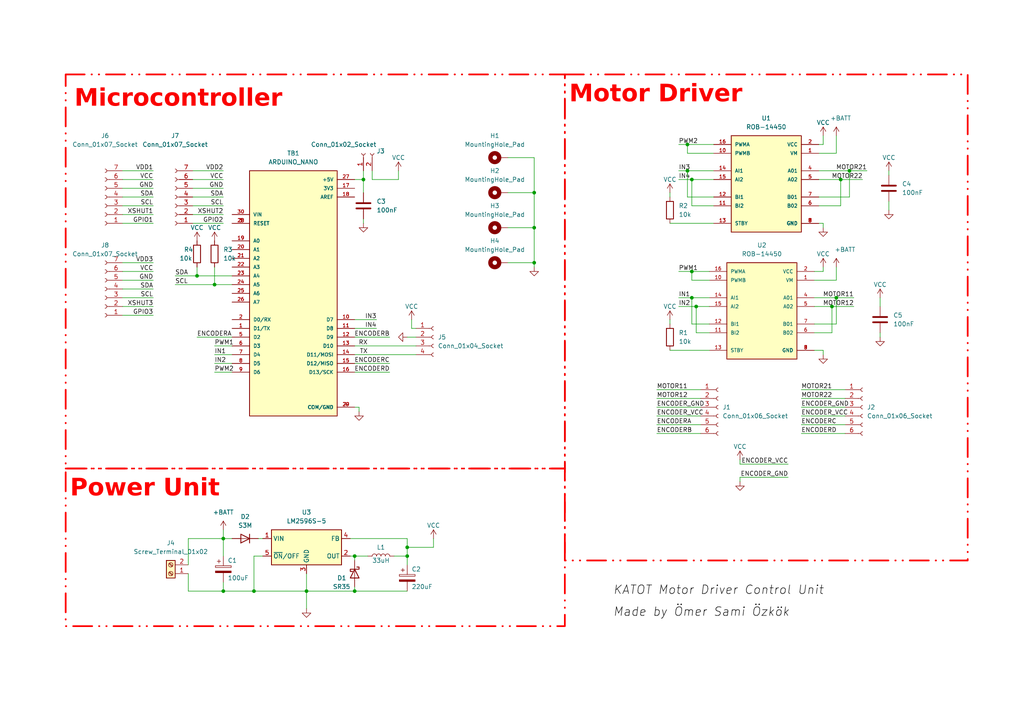
<source format=kicad_sch>
(kicad_sch (version 20230121) (generator eeschema)
  (paper "A4")
  (lib_symbols
    (symbol "Arduino_Nano:ARDUINO_NANO" (pin_names (offset 1.016))
      (property "Reference" "TB" (at -12.7 35.56 0))
      (property "Value" "ARDUINO_NANO" (at -12.7 -38.1 0))
      (symbol "ARDUINO_NANO_0_0"
        (rectangle (start -12.7 -35.56) (end 12.7 35.56) (stroke (width 0.254)) (fill (type background)))
        (pin bidirectional line (at -17.78 -10.16 0) (length 5.08) (name "D1/TX") (number "1"))
        (pin bidirectional line (at 17.78 -7.62 180) (length 5.08) (name "D7") (number "10"))
        (pin bidirectional line (at 17.78 -10.16 180) (length 5.08) (name "D8") (number "11"))
        (pin bidirectional line (at 17.78 -12.7 180) (length 5.08) (name "D9") (number "12"))
        (pin bidirectional line (at 17.78 -15.24 180) (length 5.08) (name "D10") (number "13"))
        (pin bidirectional line (at 17.78 -17.78 180) (length 5.08) (name "D11/MOSI") (number "14"))
        (pin bidirectional line (at 17.78 -20.32 180) (length 5.08) (name "D12/MISO") (number "15"))
        (pin bidirectional line (at 17.78 -22.86 180) (length 5.08) (name "D13/SCK") (number "16"))
        (pin power_in line (at 17.78 30.48 180) (length 5.08) (name "3V3") (number "17"))
        (pin power_in line (at 17.78 27.94 180) (length 5.08) (name "AREF") (number "18"))
        (pin input line (at -17.78 15.24 0) (length 5.08) (name "A0") (number "19"))
        (pin bidirectional line (at -17.78 -7.62 0) (length 5.08) (name "D0/RX") (number "2"))
        (pin input line (at -17.78 12.7 0) (length 5.08) (name "A1") (number "20"))
        (pin input line (at -17.78 10.16 0) (length 5.08) (name "A2") (number "21"))
        (pin input line (at -17.78 7.62 0) (length 5.08) (name "A3") (number "22"))
        (pin input line (at -17.78 5.08 0) (length 5.08) (name "A4") (number "23"))
        (pin input line (at -17.78 2.54 0) (length 5.08) (name "A5") (number "24"))
        (pin input line (at -17.78 0 0) (length 5.08) (name "A6") (number "25"))
        (pin input line (at -17.78 -2.54 0) (length 5.08) (name "A7") (number "26"))
        (pin power_in line (at 17.78 33.02 180) (length 5.08) (name "+5V") (number "27"))
        (pin input line (at -17.78 20.32 0) (length 5.08) (name "RESET") (number "28"))
        (pin power_in line (at 17.78 -33.02 180) (length 5.08) (name "COM/GND") (number "29"))
        (pin input line (at -17.78 20.32 0) (length 5.08) (name "RESET") (number "3"))
        (pin input line (at -17.78 22.86 0) (length 5.08) (name "VIN") (number "30"))
        (pin power_in line (at 17.78 -33.02 180) (length 5.08) (name "COM/GND") (number "4"))
        (pin bidirectional line (at -17.78 -12.7 0) (length 5.08) (name "D2") (number "5"))
        (pin bidirectional line (at -17.78 -15.24 0) (length 5.08) (name "D3") (number "6"))
        (pin bidirectional line (at -17.78 -17.78 0) (length 5.08) (name "D4") (number "7"))
        (pin bidirectional line (at -17.78 -20.32 0) (length 5.08) (name "D5") (number "8"))
        (pin bidirectional line (at -17.78 -22.86 0) (length 5.08) (name "D6") (number "9"))
      )
    )
    (symbol "Connector:Conn_01x02_Socket" (pin_names (offset 1.016) hide)
      (property "Reference" "J" (at 0 2.54 0))
      (property "Value" "Conn_01x02_Socket" (at 0 -5.08 0))
      (symbol "Conn_01x02_Socket_1_1"
        (arc (start 0 -2.032) (mid -0.5058 -2.54) (end 0 -3.048) (stroke (width 0.1524)))
        (polyline (pts (xy -1.27 -2.54) (xy -0.508 -2.54)) (stroke (width 0.1524)))
        (polyline (pts (xy -1.27 0) (xy -0.508 0)) (stroke (width 0.1524)))
        (arc (start 0 0.508) (mid -0.5058 0) (end 0 -0.508) (stroke (width 0.1524)))
        (pin passive line (at -5.08 0 0) (length 3.81) (name "Pin_1") (number "1"))
        (pin passive line (at -5.08 -2.54 0) (length 3.81) (name "Pin_2") (number "2"))
      )
    )
    (symbol "Connector:Conn_01x04_Socket" (pin_names (offset 1.016) hide)
      (property "Reference" "J" (at 0 5.08 0))
      (property "Value" "Conn_01x04_Socket" (at 0 -7.62 0))
      (symbol "Conn_01x04_Socket_1_1"
        (arc (start 0 -4.572) (mid -0.5058 -5.08) (end 0 -5.588) (stroke (width 0.1524)))
        (arc (start 0 -2.032) (mid -0.5058 -2.54) (end 0 -3.048) (stroke (width 0.1524)))
        (polyline (pts (xy -1.27 -5.08) (xy -0.508 -5.08)) (stroke (width 0.1524)))
        (polyline (pts (xy -1.27 -2.54) (xy -0.508 -2.54)) (stroke (width 0.1524)))
        (polyline (pts (xy -1.27 0) (xy -0.508 0)) (stroke (width 0.1524)))
        (polyline (pts (xy -1.27 2.54) (xy -0.508 2.54)) (stroke (width 0.1524)))
        (arc (start 0 0.508) (mid -0.5058 0) (end 0 -0.508) (stroke (width 0.1524)))
        (arc (start 0 3.048) (mid -0.5058 2.54) (end 0 2.032) (stroke (width 0.1524)))
        (pin passive line (at -5.08 2.54 0) (length 3.81) (name "Pin_1") (number "1"))
        (pin passive line (at -5.08 0 0) (length 3.81) (name "Pin_2") (number "2"))
        (pin passive line (at -5.08 -2.54 0) (length 3.81) (name "Pin_3") (number "3"))
        (pin passive line (at -5.08 -5.08 0) (length 3.81) (name "Pin_4") (number "4"))
      )
    )
    (symbol "Connector:Conn_01x06_Socket" (pin_names (offset 1.016) hide)
      (property "Reference" "J" (at 0 7.62 0))
      (property "Value" "Conn_01x06_Socket" (at 0 -10.16 0))
      (symbol "Conn_01x06_Socket_1_1"
        (arc (start 0 -7.112) (mid -0.5058 -7.62) (end 0 -8.128) (stroke (width 0.1524)))
        (arc (start 0 -4.572) (mid -0.5058 -5.08) (end 0 -5.588) (stroke (width 0.1524)))
        (arc (start 0 -2.032) (mid -0.5058 -2.54) (end 0 -3.048) (stroke (width 0.1524)))
        (polyline (pts (xy -1.27 -7.62) (xy -0.508 -7.62)) (stroke (width 0.1524)))
        (polyline (pts (xy -1.27 -5.08) (xy -0.508 -5.08)) (stroke (width 0.1524)))
        (polyline (pts (xy -1.27 -2.54) (xy -0.508 -2.54)) (stroke (width 0.1524)))
        (polyline (pts (xy -1.27 0) (xy -0.508 0)) (stroke (width 0.1524)))
        (polyline (pts (xy -1.27 2.54) (xy -0.508 2.54)) (stroke (width 0.1524)))
        (polyline (pts (xy -1.27 5.08) (xy -0.508 5.08)) (stroke (width 0.1524)))
        (arc (start 0 0.508) (mid -0.5058 0) (end 0 -0.508) (stroke (width 0.1524)))
        (arc (start 0 3.048) (mid -0.5058 2.54) (end 0 2.032) (stroke (width 0.1524)))
        (arc (start 0 5.588) (mid -0.5058 5.08) (end 0 4.572) (stroke (width 0.1524)))
        (pin passive line (at -5.08 5.08 0) (length 3.81) (name "Pin_1") (number "1"))
        (pin passive line (at -5.08 2.54 0) (length 3.81) (name "Pin_2") (number "2"))
        (pin passive line (at -5.08 0 0) (length 3.81) (name "Pin_3") (number "3"))
        (pin passive line (at -5.08 -2.54 0) (length 3.81) (name "Pin_4") (number "4"))
        (pin passive line (at -5.08 -5.08 0) (length 3.81) (name "Pin_5") (number "5"))
        (pin passive line (at -5.08 -7.62 0) (length 3.81) (name "Pin_6") (number "6"))
      )
    )
    (symbol "Connector:Conn_01x07_Socket" (pin_names (offset 1.016) hide)
      (property "Reference" "J" (at 0 10.16 0))
      (property "Value" "Conn_01x07_Socket" (at 0 -10.16 0))
      (symbol "Conn_01x07_Socket_1_1"
        (arc (start 0 -7.112) (mid -0.5058 -7.62) (end 0 -8.128) (stroke (width 0.1524)))
        (arc (start 0 -4.572) (mid -0.5058 -5.08) (end 0 -5.588) (stroke (width 0.1524)))
        (arc (start 0 -2.032) (mid -0.5058 -2.54) (end 0 -3.048) (stroke (width 0.1524)))
        (polyline (pts (xy -1.27 -7.62) (xy -0.508 -7.62)) (stroke (width 0.1524)))
        (polyline (pts (xy -1.27 -5.08) (xy -0.508 -5.08)) (stroke (width 0.1524)))
        (polyline (pts (xy -1.27 -2.54) (xy -0.508 -2.54)) (stroke (width 0.1524)))
        (polyline (pts (xy -1.27 0) (xy -0.508 0)) (stroke (width 0.1524)))
        (polyline (pts (xy -1.27 2.54) (xy -0.508 2.54)) (stroke (width 0.1524)))
        (polyline (pts (xy -1.27 5.08) (xy -0.508 5.08)) (stroke (width 0.1524)))
        (polyline (pts (xy -1.27 7.62) (xy -0.508 7.62)) (stroke (width 0.1524)))
        (arc (start 0 0.508) (mid -0.5058 0) (end 0 -0.508) (stroke (width 0.1524)))
        (arc (start 0 3.048) (mid -0.5058 2.54) (end 0 2.032) (stroke (width 0.1524)))
        (arc (start 0 5.588) (mid -0.5058 5.08) (end 0 4.572) (stroke (width 0.1524)))
        (arc (start 0 8.128) (mid -0.5058 7.62) (end 0 7.112) (stroke (width 0.1524)))
        (pin passive line (at -5.08 7.62 0) (length 3.81) (name "Pin_1") (number "1"))
        (pin passive line (at -5.08 5.08 0) (length 3.81) (name "Pin_2") (number "2"))
        (pin passive line (at -5.08 2.54 0) (length 3.81) (name "Pin_3") (number "3"))
        (pin passive line (at -5.08 0 0) (length 3.81) (name "Pin_4") (number "4"))
        (pin passive line (at -5.08 -2.54 0) (length 3.81) (name "Pin_5") (number "5"))
        (pin passive line (at -5.08 -5.08 0) (length 3.81) (name "Pin_6") (number "6"))
        (pin passive line (at -5.08 -7.62 0) (length 3.81) (name "Pin_7") (number "7"))
      )
    )
    (symbol "Connector:Screw_Terminal_01x02" (pin_names (offset 1.016) hide)
      (property "Reference" "J" (at 0 2.54 0))
      (property "Value" "Screw_Terminal_01x02" (at 0 -5.08 0))
      (symbol "Screw_Terminal_01x02_1_1"
        (rectangle (start -1.27 1.27) (end 1.27 -3.81) (stroke (width 0.254)) (fill (type background)))
        (circle (center 0 -2.54) (radius 0.635) (stroke (width 0.1524)))
        (polyline (pts (xy -0.5334 -2.2098) (xy 0.3302 -3.048)) (stroke (width 0.1524)))
        (polyline (pts (xy -0.5334 0.3302) (xy 0.3302 -0.508)) (stroke (width 0.1524)))
        (polyline (pts (xy -0.3556 -2.032) (xy 0.508 -2.8702)) (stroke (width 0.1524)))
        (polyline (pts (xy -0.3556 0.508) (xy 0.508 -0.3302)) (stroke (width 0.1524)))
        (circle (center 0 0) (radius 0.635) (stroke (width 0.1524)))
        (pin passive line (at -5.08 0 0) (length 3.81) (name "Pin_1") (number "1"))
        (pin passive line (at -5.08 -2.54 0) (length 3.81) (name "Pin_2") (number "2"))
      )
    )
    (symbol "Device:C" (pin_numbers hide) (pin_names (offset 0.254))
      (property "Reference" "C" (at 0.635 2.54 0))
      (property "Value" "C" (at 0.635 -2.54 0))
      (symbol "C_0_1"
        (polyline (pts (xy -2.032 -0.762) (xy 2.032 -0.762)) (stroke (width 0.508)))
        (polyline (pts (xy -2.032 0.762) (xy 2.032 0.762)) (stroke (width 0.508)))
      )
      (symbol "C_1_1"
        (pin passive line (at 0 3.81 270) (length 2.794) (name "~") (number "1"))
        (pin passive line (at 0 -3.81 90) (length 2.794) (name "~") (number "2"))
      )
    )
    (symbol "Device:C_Polarized" (pin_numbers hide) (pin_names (offset 0.254))
      (property "Reference" "C" (at 0.635 2.54 0))
      (property "Value" "C_Polarized" (at 0.635 -2.54 0))
      (symbol "C_Polarized_0_1"
        (rectangle (start -2.286 0.508) (end 2.286 1.016))
        (polyline (pts (xy -1.778 2.286) (xy -0.762 2.286)))
        (polyline (pts (xy -1.27 2.794) (xy -1.27 1.778)))
        (rectangle (start 2.286 -0.508) (end -2.286 -1.016) (fill (type outline)))
      )
      (symbol "C_Polarized_1_1"
        (pin passive line (at 0 3.81 270) (length 2.794) (name "~") (number "1"))
        (pin passive line (at 0 -3.81 90) (length 2.794) (name "~") (number "2"))
      )
    )
    (symbol "Device:L" (pin_numbers hide) (pin_names (offset 1.016) hide)
      (property "Reference" "L" (at -1.27 0 90))
      (property "Value" "L" (at 1.905 0 90))
      (symbol "L_0_1"
        (arc (start 0 -2.54) (mid 0.6323 -1.905) (end 0 -1.27))
        (arc (start 0 -1.27) (mid 0.6323 -0.635) (end 0 0))
        (arc (start 0 0) (mid 0.6323 0.635) (end 0 1.27))
        (arc (start 0 1.27) (mid 0.6323 1.905) (end 0 2.54))
      )
      (symbol "L_1_1"
        (pin passive line (at 0 3.81 270) (length 1.27) (name "1") (number "1"))
        (pin passive line (at 0 -3.81 90) (length 1.27) (name "2") (number "2"))
      )
    )
    (symbol "Device:R" (pin_numbers hide) (pin_names (offset 0))
      (property "Reference" "R" (at 2.032 0 90))
      (property "Value" "R" (at 0 0 90))
      (symbol "R_0_1"
        (rectangle (start -1.016 -2.54) (end 1.016 2.54) (stroke (width 0.254)))
      )
      (symbol "R_1_1"
        (pin passive line (at 0 3.81 270) (length 1.27) (name "~") (number "1"))
        (pin passive line (at 0 -3.81 90) (length 1.27) (name "~") (number "2"))
      )
    )
    (symbol "Diode:1N5400" (pin_numbers hide) (pin_names hide)
      (property "Reference" "D" (at 0 2.54 0))
      (property "Value" "1N5400" (at 0 -2.54 0))
      (symbol "1N5400_0_1"
        (polyline (pts (xy -1.27 1.27) (xy -1.27 -1.27)) (stroke (width 0.254)))
        (polyline (pts (xy 1.27 0) (xy -1.27 0)))
        (polyline (pts (xy 1.27 1.27) (xy 1.27 -1.27) (xy -1.27 0) (xy 1.27 1.27)) (stroke (width 0.254)))
      )
      (symbol "1N5400_1_1"
        (pin passive line (at -3.81 0 0) (length 2.54) (name "K") (number "1"))
        (pin passive line (at 3.81 0 180) (length 2.54) (name "A") (number "2"))
      )
    )
    (symbol "Diode:1N5822" (pin_numbers hide) (pin_names (offset 1.016) hide)
      (property "Reference" "D" (at 0 2.54 0))
      (property "Value" "1N5822" (at 0 -2.54 0))
      (symbol "1N5822_0_1"
        (polyline (pts (xy 1.27 0) (xy -1.27 0)))
        (polyline (pts (xy 1.27 1.27) (xy 1.27 -1.27) (xy -1.27 0) (xy 1.27 1.27)) (stroke (width 0.254)))
        (polyline (pts (xy -1.905 0.635) (xy -1.905 1.27) (xy -1.27 1.27) (xy -1.27 -1.27) (xy -0.635 -1.27) (xy -0.635 -0.635)) (stroke (width 0.254)))
      )
      (symbol "1N5822_1_1"
        (pin passive line (at -3.81 0 0) (length 2.54) (name "K") (number "1"))
        (pin passive line (at 3.81 0 180) (length 2.54) (name "A") (number "2"))
      )
    )
    (symbol "Mechanical:MountingHole_Pad" (pin_numbers hide) (pin_names (offset 1.016) hide)
      (property "Reference" "H" (at 0 6.35 0))
      (property "Value" "MountingHole_Pad" (at 0 4.445 0))
      (symbol "MountingHole_Pad_0_1"
        (circle (center 0 1.27) (radius 1.27) (stroke (width 1.27)))
      )
      (symbol "MountingHole_Pad_1_1"
        (pin input line (at 0 -2.54 90) (length 2.54) (name "1") (number "1"))
      )
    )
    (symbol "Regulator_Switching:LM2596S-5"
      (property "Reference" "U" (at -10.16 6.35 0))
      (property "Value" "LM2596S-5" (at 0 6.35 0))
      (symbol "LM2596S-5_0_1"
        (rectangle (start -10.16 5.08) (end 10.16 -5.08) (stroke (width 0.254)) (fill (type background)))
      )
      (symbol "LM2596S-5_1_1"
        (pin power_in line (at -12.7 2.54 0) (length 2.54) (name "VIN") (number "1"))
        (pin output line (at 12.7 -2.54 180) (length 2.54) (name "OUT") (number "2"))
        (pin power_in line (at 0 -7.62 90) (length 2.54) (name "GND") (number "3"))
        (pin input line (at 12.7 2.54 180) (length 2.54) (name "FB") (number "4"))
        (pin input line (at -12.7 -2.54 0) (length 2.54) (name "~{ON}/OFF") (number "5"))
      )
    )
    (symbol "TB6612FNG:ROB-14450" (pin_names (offset 1.016))
      (property "Reference" "U" (at -10.16 16.002 0))
      (property "Value" "ROB-14450" (at -10.16 -15.24 0))
      (symbol "ROB-14450_0_0"
        (rectangle (start -10.16 -12.7) (end 10.16 15.24) (stroke (width 0.254)) (fill (type background)))
        (pin power_in line (at 15.24 10.16 180) (length 5.08) (name "VM") (number "1"))
        (pin input line (at -15.24 10.16 0) (length 5.08) (name "PWMB") (number "10"))
        (pin input line (at -15.24 -5.08 0) (length 5.08) (name "BI2") (number "11"))
        (pin input line (at -15.24 -2.54 0) (length 5.08) (name "BI1") (number "12"))
        (pin input line (at -15.24 -10.16 0) (length 5.08) (name "STBY") (number "13"))
        (pin input line (at -15.24 5.08 0) (length 5.08) (name "AI1") (number "14"))
        (pin input line (at -15.24 2.54 0) (length 5.08) (name "AI2") (number "15"))
        (pin input line (at -15.24 12.7 0) (length 5.08) (name "PWMA") (number "16"))
        (pin power_in line (at 15.24 12.7 180) (length 5.08) (name "VCC") (number "2"))
        (pin power_in line (at 15.24 -10.16 180) (length 5.08) (name "GND") (number "3"))
        (pin output line (at 15.24 5.08 180) (length 5.08) (name "A01") (number "4"))
        (pin output line (at 15.24 2.54 180) (length 5.08) (name "A02") (number "5"))
        (pin output line (at 15.24 -5.08 180) (length 5.08) (name "B02") (number "6"))
        (pin output line (at 15.24 -2.54 180) (length 5.08) (name "B01") (number "7"))
        (pin power_in line (at 15.24 -10.16 180) (length 5.08) (name "GND") (number "8"))
        (pin power_in line (at 15.24 -10.16 180) (length 5.08) (name "GND") (number "9"))
      )
    )
    (symbol "power:+BATT" (power) (pin_names (offset 0))
      (property "Value" "+BATT" (at 0 3.556 0))
      (symbol "+BATT_0_1"
        (polyline (pts (xy -0.762 1.27) (xy 0 2.54)))
        (polyline (pts (xy 0 0) (xy 0 2.54)))
        (polyline (pts (xy 0 2.54) (xy 0.762 1.27)))
      )
      (symbol "+BATT_1_1"
        (pin power_in line (at 0 0 90) (length 0) hide (name "+BATT") (number "1"))
      )
    )
    (symbol "power:GND" (power) (pin_names (offset 0))
      (property "Value" "GND" (at 0 -3.81 0))
      (symbol "GND_0_1"
        (polyline (pts (xy 0 0) (xy 0 -1.27) (xy 1.27 -1.27) (xy 0 -2.54) (xy -1.27 -1.27) (xy 0 -1.27)))
      )
      (symbol "GND_1_1"
        (pin power_in line (at 0 0 270) (length 0) hide (name "GND") (number "1"))
      )
    )
    (symbol "power:VCC" (power) (pin_names (offset 0))
      (property "Value" "VCC" (at 0 3.81 0))
      (symbol "VCC_0_1"
        (polyline (pts (xy -0.762 1.27) (xy 0 2.54)))
        (polyline (pts (xy 0 0) (xy 0 2.54)))
        (polyline (pts (xy 0 2.54) (xy 0.762 1.27)))
      )
      (symbol "VCC_1_1"
        (pin power_in line (at 0 0 90) (length 0) hide (name "VCC") (number "1"))
      )
    )
  )
  (junction (at 73.66 171.45))
  (junction (at 199.39 49.53))
  (junction (at 154.94 66.04))
  (junction (at 118.11 161.29))
  (junction (at 200.66 52.07))
  (junction (at 88.9 171.45))
  (junction (at 64.77 171.45))
  (junction (at 102.87 161.29))
  (junction (at 242.57 86.36))
  (junction (at 241.3 88.9))
  (junction (at 64.77 156.21))
  (junction (at 200.66 78.74))
  (junction (at 243.84 52.07))
  (junction (at 57.15 80.01))
  (junction (at 154.94 55.88))
  (junction (at 105.41 52.07))
  (junction (at 201.93 88.9))
  (junction (at 199.39 41.91))
  (junction (at 102.87 171.45))
  (junction (at 200.66 86.36))
  (junction (at 118.11 158.75))
  (junction (at 154.94 76.2))
  (junction (at 62.23 82.55))
  (junction (at 246.38 49.53))
  (wire (pts (xy 107.95 52.07) (xy 115.57 52.07)))
  (wire (pts (xy 73.66 171.45) (xy 88.9 171.45)))
  (wire (pts (xy 118.11 97.79) (xy 120.65 97.79)))
  (wire (pts (xy 190.5 113.03) (xy 203.2 113.03)))
  (wire (pts (xy 115.57 49.53) (xy 115.57 52.07)))
  (wire (pts (xy 238.76 78.74) (xy 236.22 78.74)))
  (wire (pts (xy 35.56 91.44) (xy 44.45 91.44)))
  (wire (pts (xy 54.61 171.45) (xy 64.77 171.45)))
  (wire (pts (xy 232.41 123.19) (xy 245.11 123.19)))
  (wire (pts (xy 105.41 55.88) (xy 105.41 52.07)))
  (wire (pts (xy 102.87 105.41) (xy 113.03 105.41)))
  (wire (pts (xy 200.66 93.98) (xy 200.66 86.36)))
  (wire (pts (xy 214.63 138.43) (xy 228.6 138.43)))
  (wire (pts (xy 200.66 86.36) (xy 205.74 86.36)))
  (wire (pts (xy 242.57 81.28) (xy 236.22 81.28)))
  (wire (pts (xy 205.74 96.52) (xy 201.93 96.52)))
  (wire (pts (xy 102.87 52.07) (xy 105.41 52.07)))
  (wire (pts (xy 102.87 92.71) (xy 109.22 92.71)))
  (wire (pts (xy 55.88 62.23) (xy 64.77 62.23)))
  (wire (pts (xy 199.39 49.53) (xy 207.01 49.53)))
  (wire (pts (xy 62.23 105.41) (xy 67.31 105.41)))
  (wire (pts (xy 214.63 134.62) (xy 228.6 134.62)))
  (wire (pts (xy 62.23 107.95) (xy 67.31 107.95)))
  (wire (pts (xy 238.76 101.6) (xy 236.22 101.6)))
  (wire (pts (xy 102.87 161.29) (xy 106.68 161.29)))
  (wire (pts (xy 104.14 119.38) (xy 104.14 118.11)))
  (wire (pts (xy 236.22 88.9) (xy 241.3 88.9)))
  (wire (pts (xy 35.56 59.69) (xy 44.45 59.69)))
  (wire (pts (xy 147.32 66.04) (xy 154.94 66.04)))
  (wire (pts (xy 196.85 86.36) (xy 200.66 86.36)))
  (wire (pts (xy 238.76 39.37) (xy 238.76 41.91)))
  (wire (pts (xy 102.87 97.79) (xy 113.03 97.79)))
  (wire (pts (xy 196.85 41.91) (xy 199.39 41.91)))
  (wire (pts (xy 207.01 59.69) (xy 200.66 59.69)))
  (wire (pts (xy 54.61 156.21) (xy 64.77 156.21)))
  (wire (pts (xy 57.15 80.01) (xy 67.31 80.01)))
  (wire (pts (xy 105.41 63.5) (xy 105.41 64.77)))
  (wire (pts (xy 255.27 86.36) (xy 255.27 88.9)))
  (wire (pts (xy 64.77 168.91) (xy 64.77 171.45)))
  (wire (pts (xy 238.76 102.87) (xy 238.76 101.6)))
  (wire (pts (xy 257.81 58.42) (xy 257.81 60.96)))
  (wire (pts (xy 55.88 59.69) (xy 64.77 59.69)))
  (wire (pts (xy 35.56 57.15) (xy 44.45 57.15)))
  (wire (pts (xy 194.31 101.6) (xy 205.74 101.6)))
  (wire (pts (xy 242.57 39.37) (xy 242.57 44.45)))
  (wire (pts (xy 257.81 49.53) (xy 257.81 50.8)))
  (wire (pts (xy 190.5 118.11) (xy 203.2 118.11)))
  (wire (pts (xy 35.56 86.36) (xy 44.45 86.36)))
  (wire (pts (xy 118.11 156.21) (xy 118.11 158.75)))
  (wire (pts (xy 201.93 96.52) (xy 201.93 88.9)))
  (wire (pts (xy 238.76 64.77) (xy 237.49 64.77)))
  (wire (pts (xy 62.23 102.87) (xy 67.31 102.87)))
  (wire (pts (xy 55.88 64.77) (xy 64.77 64.77)))
  (wire (pts (xy 101.6 161.29) (xy 102.87 161.29)))
  (wire (pts (xy 54.61 166.37) (xy 54.61 171.45)))
  (wire (pts (xy 201.93 88.9) (xy 205.74 88.9)))
  (wire (pts (xy 154.94 77.47) (xy 154.94 76.2)))
  (wire (pts (xy 125.73 158.75) (xy 118.11 158.75)))
  (wire (pts (xy 190.5 125.73) (xy 203.2 125.73)))
  (wire (pts (xy 35.56 78.74) (xy 44.45 78.74)))
  (wire (pts (xy 237.49 59.69) (xy 243.84 59.69)))
  (wire (pts (xy 88.9 171.45) (xy 88.9 176.53)))
  (wire (pts (xy 107.95 49.53) (xy 107.95 52.07)))
  (wire (pts (xy 237.49 57.15) (xy 246.38 57.15)))
  (wire (pts (xy 237.49 52.07) (xy 243.84 52.07)))
  (wire (pts (xy 35.56 76.2) (xy 44.45 76.2)))
  (wire (pts (xy 154.94 76.2) (xy 147.32 76.2)))
  (wire (pts (xy 102.87 107.95) (xy 113.03 107.95)))
  (wire (pts (xy 118.11 161.29) (xy 118.11 163.83)))
  (wire (pts (xy 243.84 52.07) (xy 250.19 52.07)))
  (wire (pts (xy 35.56 88.9) (xy 44.45 88.9)))
  (wire (pts (xy 102.87 100.33) (xy 120.65 100.33)))
  (wire (pts (xy 35.56 81.28) (xy 44.45 81.28)))
  (wire (pts (xy 236.22 93.98) (xy 242.57 93.98)))
  (wire (pts (xy 147.32 45.72) (xy 154.94 45.72)))
  (wire (pts (xy 200.66 78.74) (xy 200.66 81.28)))
  (wire (pts (xy 205.74 93.98) (xy 200.66 93.98)))
  (wire (pts (xy 238.76 41.91) (xy 237.49 41.91)))
  (wire (pts (xy 118.11 158.75) (xy 118.11 161.29)))
  (wire (pts (xy 243.84 59.69) (xy 243.84 52.07)))
  (wire (pts (xy 102.87 171.45) (xy 118.11 171.45)))
  (wire (pts (xy 73.66 161.29) (xy 73.66 171.45)))
  (wire (pts (xy 102.87 170.18) (xy 102.87 171.45)))
  (wire (pts (xy 236.22 96.52) (xy 241.3 96.52)))
  (wire (pts (xy 55.88 54.61) (xy 64.77 54.61)))
  (wire (pts (xy 50.8 80.01) (xy 57.15 80.01)))
  (wire (pts (xy 237.49 49.53) (xy 246.38 49.53)))
  (wire (pts (xy 35.56 54.61) (xy 44.45 54.61)))
  (wire (pts (xy 119.38 95.25) (xy 120.65 95.25)))
  (wire (pts (xy 62.23 100.33) (xy 67.31 100.33)))
  (wire (pts (xy 64.77 153.67) (xy 64.77 156.21)))
  (wire (pts (xy 154.94 66.04) (xy 154.94 55.88)))
  (wire (pts (xy 200.66 52.07) (xy 207.01 52.07)))
  (wire (pts (xy 64.77 161.29) (xy 64.77 156.21)))
  (wire (pts (xy 232.41 125.73) (xy 245.11 125.73)))
  (wire (pts (xy 194.31 92.71) (xy 194.31 93.98)))
  (wire (pts (xy 154.94 55.88) (xy 147.32 55.88)))
  (wire (pts (xy 242.57 44.45) (xy 237.49 44.45)))
  (wire (pts (xy 196.85 49.53) (xy 199.39 49.53)))
  (wire (pts (xy 255.27 96.52) (xy 255.27 97.79)))
  (wire (pts (xy 62.23 82.55) (xy 67.31 82.55)))
  (wire (pts (xy 241.3 96.52) (xy 241.3 88.9)))
  (wire (pts (xy 35.56 49.53) (xy 44.45 49.53)))
  (wire (pts (xy 64.77 156.21) (xy 67.31 156.21)))
  (wire (pts (xy 199.39 41.91) (xy 207.01 41.91)))
  (wire (pts (xy 88.9 166.37) (xy 88.9 171.45)))
  (wire (pts (xy 232.41 115.57) (xy 245.11 115.57)))
  (wire (pts (xy 246.38 49.53) (xy 246.38 57.15)))
  (wire (pts (xy 196.85 52.07) (xy 200.66 52.07)))
  (wire (pts (xy 194.31 55.88) (xy 194.31 57.15)))
  (wire (pts (xy 154.94 66.04) (xy 154.94 76.2)))
  (wire (pts (xy 125.73 156.21) (xy 125.73 158.75)))
  (wire (pts (xy 241.3 88.9) (xy 247.65 88.9)))
  (wire (pts (xy 207.01 44.45) (xy 199.39 44.45)))
  (wire (pts (xy 102.87 102.87) (xy 120.65 102.87)))
  (wire (pts (xy 199.39 57.15) (xy 199.39 49.53)))
  (wire (pts (xy 196.85 88.9) (xy 201.93 88.9)))
  (wire (pts (xy 214.63 139.7) (xy 214.63 138.43)))
  (wire (pts (xy 104.14 118.11) (xy 102.87 118.11)))
  (wire (pts (xy 205.74 81.28) (xy 200.66 81.28)))
  (wire (pts (xy 238.76 66.04) (xy 238.76 64.77)))
  (wire (pts (xy 62.23 77.47) (xy 62.23 82.55)))
  (wire (pts (xy 102.87 95.25) (xy 109.22 95.25)))
  (wire (pts (xy 101.6 156.21) (xy 118.11 156.21)))
  (wire (pts (xy 194.31 64.77) (xy 207.01 64.77)))
  (wire (pts (xy 207.01 57.15) (xy 199.39 57.15)))
  (wire (pts (xy 35.56 62.23) (xy 44.45 62.23)))
  (wire (pts (xy 35.56 64.77) (xy 44.45 64.77)))
  (wire (pts (xy 232.41 120.65) (xy 245.11 120.65)))
  (wire (pts (xy 57.15 77.47) (xy 57.15 80.01)))
  (wire (pts (xy 102.87 161.29) (xy 102.87 162.56)))
  (wire (pts (xy 119.38 92.71) (xy 119.38 95.25)))
  (wire (pts (xy 236.22 86.36) (xy 242.57 86.36)))
  (wire (pts (xy 190.5 123.19) (xy 203.2 123.19)))
  (wire (pts (xy 88.9 171.45) (xy 102.87 171.45)))
  (wire (pts (xy 55.88 49.53) (xy 64.77 49.53)))
  (wire (pts (xy 55.88 52.07) (xy 64.77 52.07)))
  (wire (pts (xy 232.41 118.11) (xy 245.11 118.11)))
  (wire (pts (xy 190.5 115.57) (xy 203.2 115.57)))
  (wire (pts (xy 50.8 82.55) (xy 62.23 82.55)))
  (wire (pts (xy 246.38 49.53) (xy 251.46 49.53)))
  (wire (pts (xy 242.57 86.36) (xy 247.65 86.36)))
  (wire (pts (xy 35.56 83.82) (xy 44.45 83.82)))
  (wire (pts (xy 200.66 78.74) (xy 205.74 78.74)))
  (wire (pts (xy 74.93 156.21) (xy 76.2 156.21)))
  (wire (pts (xy 245.11 113.03) (xy 232.41 113.03)))
  (wire (pts (xy 105.41 52.07) (xy 105.41 49.53)))
  (wire (pts (xy 242.57 77.47) (xy 242.57 81.28)))
  (wire (pts (xy 190.5 120.65) (xy 203.2 120.65)))
  (wire (pts (xy 57.15 97.79) (xy 67.31 97.79)))
  (wire (pts (xy 114.3 161.29) (xy 118.11 161.29)))
  (wire (pts (xy 55.88 57.15) (xy 64.77 57.15)))
  (wire (pts (xy 199.39 44.45) (xy 199.39 41.91)))
  (wire (pts (xy 64.77 171.45) (xy 73.66 171.45)))
  (wire (pts (xy 238.76 77.47) (xy 238.76 78.74)))
  (wire (pts (xy 154.94 45.72) (xy 154.94 55.88)))
  (wire (pts (xy 54.61 163.83) (xy 54.61 156.21)))
  (wire (pts (xy 76.2 161.29) (xy 73.66 161.29)))
  (wire (pts (xy 242.57 93.98) (xy 242.57 86.36)))
  (wire (pts (xy 196.85 78.74) (xy 200.66 78.74)))
  (wire (pts (xy 35.56 52.07) (xy 44.45 52.07)))
  (wire (pts (xy 214.63 133.35) (xy 214.63 134.62)))
  (wire (pts (xy 200.66 59.69) (xy 200.66 52.07)))
  (rectangle (start 19.05 21.59) (end 163.83 135.89) (stroke (width 0.5) (type dash_dot_dot) (color 243 0 0 1)))
  (rectangle (start 19.05 135.89) (end 163.83 181.61) (stroke (width 0.5) (type dash_dot_dot) (color 255 0 0 1)))
  (rectangle (start 163.83 21.59) (end 280.67 162.56) (stroke (width 0.5) (type dash_dot_dot) (color 245 0 0 1)))
  (text "Motor Driver" (at 165.1 31.75 0) (effects (font (size 5 5) italic) (justify left bottom)))
  (text "Microcontroller" (at 21.59 33.02 0) (effects (font (size 5 5) italic) (justify left bottom)))
  (text "Made by Ömer Sami Özkök" (at 177.8 179.07 0) (effects (font (size 2.5 2.5) italic) (justify left bottom)))
  (text "KATOT Motor Driver Control Unit\n" (at 177.8 172.72 0) (effects (font (size 2.5 2.5) italic) (justify left bottom)))
  (text "Power Unit\n" (at 20.32 146.05 0) (effects (font (size 5 5) italic) (justify left bottom)))
  (label "ENCODER_GND" (at 190.5 118.11 0))
  (label "ENCODER_VCC" (at 232.41 120.65 0))
  (label "ENCODERC" (at 113.03 105.41 180))
  (label "XSHUT1" (at 44.45 62.23 180))
  (label "ENCODERD" (at 113.03 107.95 180))
  (label "IN4" (at 196.85 52.07 0))
  (label "SCL" (at 44.45 86.36 180))
  (label "MOTOR11" (at 190.5 113.03 0))
  (label "IN2" (at 62.23 105.41 0))
  (label "ENCODER_VCC" (at 228.6 134.62 180))
  (label "MOTOR12" (at 247.65 88.9 180))
  (label "IN3" (at 109.22 92.71 180))
  (label "ENCODERB" (at 190.5 125.73 0))
  (label "IN3" (at 196.85 49.53 0))
  (label "GPIO1" (at 44.45 64.77 180))
  (label "SCL" (at 50.8 82.55 0))
  (label "SDA" (at 50.8 80.01 0))
  (label "TX" (at 106.68 102.87 180))
  (label "VCC" (at 44.45 52.07 180))
  (label "SDA" (at 64.77 57.15 180))
  (label "IN1" (at 196.85 86.36 0))
  (label "MOTOR22" (at 232.41 115.57 0))
  (label "PWM1" (at 196.85 78.74 0))
  (label "IN2" (at 196.85 88.9 0))
  (label "GND" (at 64.77 54.61 180))
  (label "MOTOR22" (at 250.19 52.07 180))
  (label "ENCODER_VCC" (at 190.5 120.65 0))
  (label "GND" (at 44.45 81.28 180))
  (label "SDA" (at 44.45 57.15 180))
  (label "ENCODERC" (at 232.41 123.19 0))
  (label "ENCODERA" (at 57.15 97.79 0))
  (label "MOTOR12" (at 190.5 115.57 0))
  (label "SCL" (at 44.45 59.69 180))
  (label "IN1" (at 62.23 102.87 0))
  (label "XSHUT2" (at 64.77 62.23 180))
  (label "ENCODER_GND" (at 232.41 118.11 0))
  (label "GPIO3" (at 44.45 91.44 180))
  (label "SCL" (at 64.77 59.69 180))
  (label "MOTOR11" (at 247.65 86.36 180))
  (label "ENCODER_GND" (at 228.6 138.43 180))
  (label "VDD1" (at 44.45 49.53 180))
  (label "MOTOR21" (at 232.41 113.03 0))
  (label "ENCODERD" (at 232.41 125.73 0))
  (label "GND" (at 44.45 54.61 180))
  (label "PWM2" (at 196.85 41.91 0))
  (label "PWM1" (at 62.23 100.33 0))
  (label "VDD2" (at 64.77 49.53 180))
  (label "MOTOR21" (at 251.46 49.53 180))
  (label "VDD3" (at 44.45 76.2 180))
  (label "RX" (at 106.68 100.33 180))
  (label "ENCODERB" (at 113.03 97.79 180))
  (label "SDA" (at 44.45 83.82 180))
  (label "IN4" (at 109.22 95.25 180))
  (label "XSHUT3" (at 44.45 88.9 180))
  (label "ENCODERA" (at 190.5 123.19 0))
  (label "GPIO2" (at 64.77 64.77 180))
  (label "VCC" (at 44.45 78.74 180))
  (label "PWM2" (at 62.23 107.95 0))
  (label "VCC" (at 64.77 52.07 180))
  (symbol (lib_id "power:VCC") (at 194.31 92.71 0) (unit 1)
    (property "Reference" "#PWR017" (effects hide))
    (property "Value" "VCC" (at 194.31 88.9 0))
  )
  (symbol (lib_id "Connector:Conn_01x07_Socket") (at 50.8 57.15 180) (unit 1)
    (property "Reference" "J7" (at 50.8 39.37 0))
    (property "Value" "Conn_01x07_Socket" (at 50.8 41.91 0))
    (property "Footprint" "Connector_PinSocket_2.54mm:PinSocket_1x07_P2.54mm_Vertical" (effects hide))
  )
  (symbol (lib_id "power:VCC") (at 214.63 133.35 0) (unit 1)
    (property "Reference" "#PWR019" (effects hide))
    (property "Value" "VCC" (at 214.63 129.54 0))
  )
  (symbol (lib_id "power:GND") (at 238.76 102.87 0) (unit 1)
    (property "Reference" "#PWR02" (effects hide))
    (property "Value" "GND" (effects hide))
  )
  (symbol (lib_id "Device:R") (at 62.23 73.66 0) (unit 1)
    (property "Reference" "R3" (at 64.77 72.39 0) (effects (justify left)))
    (property "Value" "10k" (at 64.77 74.93 0) (effects (justify left)))
    (property "Footprint" "Resistor_SMD:R_1206_3216Metric_Pad1.30x1.75mm_HandSolder" (effects hide))
  )
  (symbol (lib_id "power:GND") (at 214.63 139.7 0) (unit 1)
    (property "Reference" "#PWR020" (effects hide))
    (property "Value" "GND" (effects hide))
  )
  (symbol (lib_id "Connector:Conn_01x02_Socket") (at 105.41 44.45 90) (unit 1)
    (property "Reference" "J3" (at 109.22 43.815 90) (effects (justify right)))
    (property "Value" "Conn_01x02_Socket" (at 90.17 41.91 90) (effects (justify right)))
    (property "Footprint" "Connector_PinHeader_2.54mm:PinHeader_1x02_P2.54mm_Vertical" (effects hide))
  )
  (symbol (lib_id "Device:R") (at 194.31 97.79 0) (unit 1)
    (property "Reference" "R1" (at 196.85 96.52 0) (effects (justify left)))
    (property "Value" "10k" (at 196.85 99.06 0) (effects (justify left)))
    (property "Footprint" "Resistor_SMD:R_1206_3216Metric_Pad1.30x1.75mm_HandSolder" (effects hide))
  )
  (symbol (lib_id "Device:C") (at 257.81 54.61 0) (unit 1)
    (property "Reference" "C4" (at 261.62 53.34 0) (effects (justify left)))
    (property "Value" "100nF" (at 261.62 55.88 0) (effects (justify left)))
    (property "Footprint" "Capacitor_SMD:C_0805_2012Metric" (effects hide))
  )
  (symbol (lib_id "Connector:Conn_01x07_Socket") (at 30.48 83.82 180) (unit 1)
    (property "Reference" "J8" (at 30.48 71.12 0))
    (property "Value" "Conn_01x07_Socket" (at 30.48 73.66 0))
    (property "Footprint" "Connector_PinSocket_2.54mm:PinSocket_1x07_P2.54mm_Vertical" (effects hide))
  )
  (symbol (lib_id "power:GND") (at 238.76 66.04 0) (unit 1)
    (property "Reference" "#PWR03" (effects hide))
    (property "Value" "GND" (effects hide))
  )
  (symbol (lib_id "Regulator_Switching:LM2596S-5") (at 88.9 158.75 0) (unit 1)
    (property "Reference" "U3" (at 88.9 148.59 0))
    (property "Value" "LM2596S-5" (at 88.9 151.13 0))
    (property "Footprint" "Package_TO_SOT_SMD:TO-263-5_TabPin3" (effects hide))
    (property "Datasheet" "http://www.ti.com/lit/ds/symlink/lm2596.pdf" (effects hide))
  )
  (symbol (lib_id "Arduino_Nano:ARDUINO_NANO") (at 85.09 85.09 0) (unit 1)
    (property "Reference" "TB1" (at 85.09 44.45 0))
    (property "Value" "ARDUINO_NANO" (at 85.09 46.99 0))
    (property "Footprint" "ARDUINO_NANO (1):SHIELD_ARDUINO_NANO" (effects hide))
    (property "MF" "Arduino" (effects hide))
    (property "Description" "\nSmall, complete, and breadboard-friendly board based on the ATmega328 (Arduino Nano 3.x)\n" (effects hide))
    (property "Package" "Non-Standard Arduino" (effects hide))
    (property "Price" "None" (effects hide))
    (property "Check_prices" "https://www.snapeda.com/parts/Arduino%20Nano/Arduino/view-part/?ref=eda" (effects hide))
    (property "STANDARD" "Manufacturer Recommendations" (effects hide))
    (property "SnapEDA_Link" "https://www.snapeda.com/parts/Arduino%20Nano/Arduino/view-part/?ref=snap" (effects hide))
    (property "MP" "Arduino Nano" (effects hide))
    (property "Availability" "Not in stock" (effects hide))
    (property "MANUFACTURER" "ARDUINO" (effects hide))
  )
  (symbol (lib_id "Connector:Conn_01x07_Socket") (at 30.48 57.15 180) (unit 1)
    (property "Reference" "J6" (at 30.48 39.37 0))
    (property "Value" "Conn_01x07_Socket" (at 30.48 41.91 0))
    (property "Footprint" "Connector_PinSocket_2.54mm:PinSocket_1x07_P2.54mm_Vertical" (effects hide))
  )
  (symbol (lib_id "Connector:Conn_01x06_Socket") (at 250.19 118.11 0) (unit 1)
    (property "Reference" "J2" (at 251.46 118.11 0) (effects (justify left)))
    (property "Value" "Conn_01x06_Socket" (at 251.46 120.65 0) (effects (justify left)))
    (property "Footprint" "Connector_PinHeader_2.54mm:PinHeader_1x06_P2.54mm_Vertical" (effects hide))
  )
  (symbol (lib_id "Diode:1N5822") (at 102.87 166.37 270) (unit 1)
    (property "Reference" "D1" (at 97.79 167.64 90) (effects (justify left)))
    (property "Value" "SR35" (at 96.52 170.18 90) (effects (justify left)))
    (property "Footprint" "Diode_SMD:D_SMB-SMC_Universal_Handsoldering" (effects hide))
    (property "Datasheet" "http://www.vishay.com/docs/88526/1n5820.pdf" (effects hide))
  )
  (symbol (lib_id "Mechanical:MountingHole_Pad") (at 144.78 55.88 90) (unit 1)
    (property "Reference" "H2" (at 143.51 49.53 90))
    (property "Value" "MountingHole_Pad" (at 143.51 52.07 90))
    (property "Footprint" "MountingHole:MountingHole_3.2mm_M3_Pad_Via" (effects hide))
  )
  (symbol (lib_id "power:VCC") (at 257.81 49.53 0) (unit 1)
    (property "Reference" "#PWR015" (effects hide))
    (property "Value" "VCC" (at 257.81 45.72 0))
  )
  (symbol (lib_id "power:GND") (at 154.94 77.47 0) (unit 1)
    (property "Reference" "#PWR025" (effects hide))
    (property "Value" "GND" (effects hide))
  )
  (symbol (lib_id "power:VCC") (at 238.76 77.47 0) (unit 1)
    (property "Reference" "#PWR05" (effects hide))
    (property "Value" "VCC" (at 238.76 73.66 0))
  )
  (symbol (lib_id "Mechanical:MountingHole_Pad") (at 144.78 45.72 90) (unit 1)
    (property "Reference" "H1" (at 143.51 39.37 90))
    (property "Value" "MountingHole_Pad" (at 143.51 41.91 90))
    (property "Footprint" "MountingHole:MountingHole_3.2mm_M3_Pad_Via" (effects hide))
  )
  (symbol (lib_id "power:VCC") (at 115.57 49.53 0) (unit 1)
    (property "Reference" "#PWR07" (effects hide))
    (property "Value" "VCC" (at 115.57 45.72 0))
  )
  (symbol (lib_id "Diode:1N5400") (at 71.12 156.21 180) (unit 1)
    (property "Reference" "D2" (at 71.12 149.86 0))
    (property "Value" "S3M" (at 71.12 152.4 0))
    (property "Footprint" "Diode_SMD:D_SMB-SMC_Universal_Handsoldering" (effects hide))
    (property "Datasheet" "http://www.vishay.com/docs/88516/1n5400.pdf" (effects hide))
    (property "Sim.Device" "D" (effects hide))
    (property "Sim.Pins" "1=K 2=A" (effects hide))
  )
  (symbol (lib_id "power:VCC") (at 125.73 156.21 0) (unit 1)
    (property "Reference" "#PWR012" (effects hide))
    (property "Value" "VCC" (at 125.73 152.4 0))
  )
  (symbol (lib_id "Connector:Screw_Terminal_01x02") (at 49.53 166.37 180) (unit 1)
    (property "Reference" "J4" (at 49.53 157.48 0))
    (property "Value" "Screw_Terminal_01x02" (at 49.53 160.02 0))
    (property "Footprint" "TerminalBlock:TerminalBlock_bornier-2_P5.08mm" (effects hide))
  )
  (symbol (lib_id "Device:C_Polarized") (at 118.11 167.64 0) (unit 1)
    (property "Reference" "C2" (at 119.38 165.1 0) (effects (justify left)))
    (property "Value" "220uF" (at 119.38 170.18 0) (effects (justify left)))
    (property "Footprint" "Capacitor_SMD:CP_Elec_6.3x7.7" (effects hide))
  )
  (symbol (lib_id "power:VCC") (at 194.31 55.88 0) (unit 1)
    (property "Reference" "#PWR018" (effects hide))
    (property "Value" "VCC" (at 194.31 52.07 0))
  )
  (symbol (lib_id "power:GND") (at 257.81 60.96 0) (unit 1)
    (property "Reference" "#PWR016" (effects hide))
    (property "Value" "GND" (effects hide))
  )
  (symbol (lib_id "power:GND") (at 118.11 97.79 270) (unit 1)
    (property "Reference" "#PWR022" (effects hide))
    (property "Value" "GND" (effects hide))
  )
  (symbol (lib_id "power:+BATT") (at 242.57 39.37 0) (unit 1)
    (property "Reference" "#PWR010" (effects hide))
    (property "Value" "+BATT" (at 243.84 34.29 0))
  )
  (symbol (lib_id "Device:L") (at 110.49 161.29 90) (unit 1)
    (property "Reference" "L1" (at 110.49 158.75 90))
    (property "Value" "33uH" (at 110.49 162.56 90))
    (property "Footprint" "Inductor_SMD:L_12x12mm_H8mm" (effects hide))
  )
  (symbol (lib_id "Device:C") (at 255.27 92.71 0) (unit 1)
    (property "Reference" "C5" (at 259.08 91.44 0) (effects (justify left)))
    (property "Value" "100nF" (at 259.08 93.98 0) (effects (justify left)))
    (property "Footprint" "Capacitor_SMD:C_0805_2012Metric" (effects hide))
  )
  (symbol (lib_id "power:VCC") (at 57.15 69.85 0) (unit 1)
    (property "Reference" "#PWR024" (effects hide))
    (property "Value" "VCC" (at 57.15 66.04 0))
  )
  (symbol (lib_id "power:VCC") (at 255.27 86.36 0) (unit 1)
    (property "Reference" "#PWR013" (effects hide))
    (property "Value" "VCC" (at 255.27 82.55 0))
  )
  (symbol (lib_id "power:+BATT") (at 242.57 77.47 0) (unit 1)
    (property "Reference" "#PWR09" (effects hide))
    (property "Value" "+BATT" (at 245.11 72.39 0))
  )
  (symbol (lib_id "TB6612FNG:ROB-14450") (at 222.25 54.61 0) (unit 1)
    (property "Reference" "U1" (at 222.25 34.29 0))
    (property "Value" "ROB-14450" (at 222.25 36.83 0))
    (property "Footprint" "TB6612FNG:MODULE_ROB-14450" (effects hide))
    (property "MF" "SparkFun Electronics" (effects hide))
    (property "Description" "\nTB6612FNG Motor Controller/Driver Power Management Evaluation Board\n" (effects hide))
    (property "Package" "None" (effects hide))
    (property "Price" "None" (effects hide))
    (property "Check_prices" "https://www.snapeda.com/parts/ROB-14450/SparkFun+Electronics/view-part/?ref=eda" (effects hide))
    (property "STANDARD" "Manufacturer Recommendation" (effects hide))
    (property "PARTREV" "11-13-17" (effects hide))
    (property "SnapEDA_Link" "https://www.snapeda.com/parts/ROB-14450/SparkFun+Electronics/view-part/?ref=snap" (effects hide))
    (property "MP" "ROB-14450" (effects hide))
    (property "Purchase-URL" "https://www.snapeda.com/api/url_track_click_mouser/?unipart_id=2656367&manufacturer=SparkFun Electronics&part_name=ROB-14450&search_term=None" (effects hide))
    (property "Availability" "In Stock" (effects hide))
    (property "MANUFACTURER" "Sparkfun Electronics" (effects hide))
  )
  (symbol (lib_id "power:VCC") (at 119.38 92.71 0) (unit 1)
    (property "Reference" "#PWR021" (effects hide))
    (property "Value" "VCC" (at 119.38 88.9 0))
  )
  (symbol (lib_id "Mechanical:MountingHole_Pad") (at 144.78 76.2 90) (unit 1)
    (property "Reference" "H4" (at 143.51 69.85 90))
    (property "Value" "MountingHole_Pad" (at 143.51 72.39 90))
    (property "Footprint" "MountingHole:MountingHole_3.2mm_M3_Pad_Via" (effects hide))
  )
  (symbol (lib_id "Connector:Conn_01x06_Socket") (at 208.28 118.11 0) (unit 1)
    (property "Reference" "J1" (at 209.55 118.11 0) (effects (justify left)))
    (property "Value" "Conn_01x06_Socket" (at 209.55 120.65 0) (effects (justify left)))
    (property "Footprint" "Connector_PinHeader_2.54mm:PinHeader_1x06_P2.54mm_Vertical" (effects hide))
  )
  (symbol (lib_id "power:VCC") (at 238.76 39.37 0) (unit 1)
    (property "Reference" "#PWR06" (effects hide))
    (property "Value" "VCC" (at 238.76 35.56 0))
  )
  (symbol (lib_id "TB6612FNG:ROB-14450") (at 220.98 91.44 0) (unit 1)
    (property "Reference" "U2" (at 220.98 71.12 0))
    (property "Value" "ROB-14450" (at 220.98 73.66 0))
    (property "Footprint" "TB6612FNG:MODULE_ROB-14450" (effects hide))
    (property "MF" "SparkFun Electronics" (effects hide))
    (property "Description" "\nTB6612FNG Motor Controller/Driver Power Management Evaluation Board\n" (effects hide))
    (property "Package" "None" (effects hide))
    (property "Price" "None" (effects hide))
    (property "Check_prices" "https://www.snapeda.com/parts/ROB-14450/SparkFun+Electronics/view-part/?ref=eda" (effects hide))
    (property "STANDARD" "Manufacturer Recommendation" (effects hide))
    (property "PARTREV" "11-13-17" (effects hide))
    (property "SnapEDA_Link" "https://www.snapeda.com/parts/ROB-14450/SparkFun+Electronics/view-part/?ref=snap" (effects hide))
    (property "MP" "ROB-14450" (effects hide))
    (property "Purchase-URL" "https://www.snapeda.com/api/url_track_click_mouser/?unipart_id=2656367&manufacturer=SparkFun Electronics&part_name=ROB-14450&search_term=None" (effects hide))
    (property "Availability" "In Stock" (effects hide))
    (property "MANUFACTURER" "Sparkfun Electronics" (effects hide))
  )
  (symbol (lib_id "Device:C_Polarized") (at 64.77 165.1 0) (unit 1)
    (property "Reference" "C1" (at 66.04 162.56 0) (effects (justify left)))
    (property "Value" "100uF" (at 66.04 167.64 0) (effects (justify left)))
    (property "Footprint" "Capacitor_SMD:CP_Elec_6.3x7.7" (effects hide))
  )
  (symbol (lib_id "Device:C") (at 105.41 59.69 0) (unit 1)
    (property "Reference" "C3" (at 109.22 58.42 0) (effects (justify left)))
    (property "Value" "100nF" (at 109.22 60.96 0) (effects (justify left)))
    (property "Footprint" "Capacitor_SMD:C_0805_2012Metric" (effects hide))
  )
  (symbol (lib_id "power:+BATT") (at 64.77 153.67 0) (unit 1)
    (property "Reference" "#PWR08" (effects hide))
    (property "Value" "+BATT" (at 64.77 148.59 0))
  )
  (symbol (lib_id "power:GND") (at 255.27 97.79 0) (unit 1)
    (property "Reference" "#PWR014" (effects hide))
    (property "Value" "GND" (effects hide))
  )
  (symbol (lib_id "power:GND") (at 88.9 176.53 0) (unit 1)
    (property "Reference" "#PWR04" (effects hide))
    (property "Value" "GND" (effects hide))
  )
  (symbol (lib_id "Device:R") (at 194.31 60.96 0) (unit 1)
    (property "Reference" "R2" (at 196.85 59.69 0) (effects (justify left)))
    (property "Value" "10k" (at 196.85 62.23 0) (effects (justify left)))
    (property "Footprint" "Resistor_SMD:R_1206_3216Metric_Pad1.30x1.75mm_HandSolder" (effects hide))
  )
  (symbol (lib_id "power:VCC") (at 62.23 69.85 0) (unit 1)
    (property "Reference" "#PWR023" (effects hide))
    (property "Value" "VCC" (at 62.23 66.04 0))
  )
  (symbol (lib_id "power:GND") (at 104.14 119.38 0) (unit 1)
    (property "Reference" "#PWR01" (effects hide))
    (property "Value" "GND" (effects hide))
  )
  (symbol (lib_id "Mechanical:MountingHole_Pad") (at 144.78 66.04 90) (unit 1)
    (property "Reference" "H3" (at 143.51 59.69 90))
    (property "Value" "MountingHole_Pad" (at 143.51 62.23 90))
    (property "Footprint" "MountingHole:MountingHole_3.2mm_M3_Pad_Via" (effects hide))
  )
  (symbol (lib_id "Connector:Conn_01x04_Socket") (at 125.73 97.79 0) (unit 1)
    (property "Reference" "J5" (at 127 97.79 0) (effects (justify left)))
    (property "Value" "Conn_01x04_Socket" (at 127 100.33 0) (effects (justify left)))
    (property "Footprint" "Connector_PinHeader_2.54mm:PinHeader_1x04_P2.54mm_Vertical" (effects hide))
  )
  (symbol (lib_id "Device:R") (at 57.15 73.66 0) (unit 1)
    (property "Reference" "R4" (at 53.34 72.39 0) (effects (justify left)))
    (property "Value" "10k" (at 52.07 74.93 0) (effects (justify left)))
    (property "Footprint" "Resistor_SMD:R_1206_3216Metric_Pad1.30x1.75mm_HandSolder" (effects hide))
  )
  (symbol (lib_id "power:GND") (at 105.41 64.77 0) (unit 1)
    (property "Reference" "#PWR011" (effects hide))
    (property "Value" "GND" (effects hide))
  )
)
</source>
